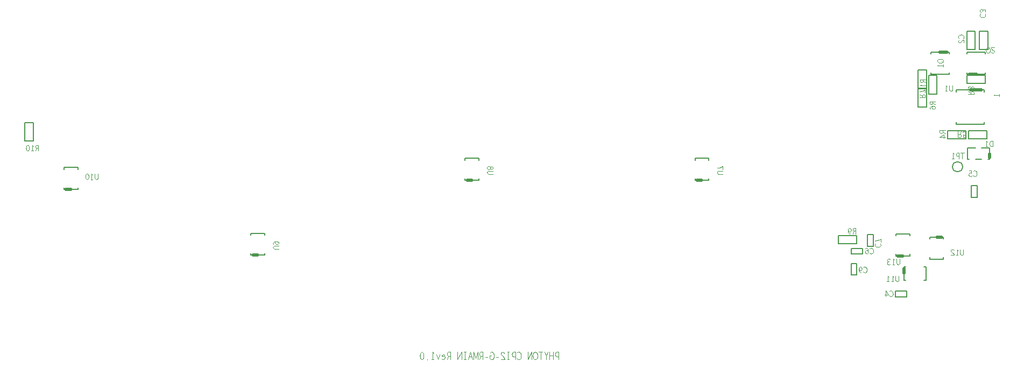
<source format=gbr>
G04 ================== begin FILE IDENTIFICATION RECORD ==================*
G04 Layout Name:  C:/NOW_WORK/VoloKh/CPI2/MAIN/BRD/CPI2_MAIN.brd*
G04 Film Name:    SILKSCREEN_BOT*
G04 File Format:  Gerber RS274X*
G04 File Origin:  Cadence Allegro 17.2-S074*
G04 Origin Date:  Tue Mar 30 10:27:56 2021*
G04 *
G04 Layer:  REF DES/SILKSCREEN_BOTTOM*
G04 Layer:  PACKAGE GEOMETRY/SILKSCREEN_BOTTOM*
G04 Layer:  BOARD GEOMETRY/SILKSCREEN_BOTTOM*
G04 *
G04 Offset:    (0.0000 0.0000)*
G04 Mirror:    No*
G04 Mode:      Positive*
G04 Rotation:  0*
G04 FullContactRelief:  No*
G04 UndefLineWidth:     0.1000*
G04 ================== end FILE IDENTIFICATION RECORD ====================*
%FSLAX25Y25*MOMM*%
%IR0*IPPOS*OFA0.00000B0.00000*MIA0B0*SFA1.00000B1.00000*%
%ADD10C,.12*%
%ADD11C,.5*%
%ADD12C,.15*%
%ADD13C,.125*%
G75*
%LPD*%
G75*
G54D10*
G01X238330Y3430000D02*
Y3520000D01*
X209170D01*
X199830Y3515500D01*
X194000Y3509500D01*
X191670Y3497500D01*
X194000Y3485500D01*
X201000Y3478000D01*
X209170Y3473500D01*
X238330D01*
G01X209170D02*
X191670Y3430000D01*
G01X142000D02*
Y3520000D01*
X156000Y3502000D01*
G01Y3430000D02*
X128000D01*
G01X69000Y3520000D02*
X78330Y3517000D01*
X85330Y3509500D01*
X90000Y3500500D01*
X93500Y3488500D01*
X94670Y3475000D01*
X93500Y3461500D01*
X90000Y3449500D01*
X85330Y3440500D01*
X78330Y3433000D01*
X69000Y3430000D01*
X59670Y3433000D01*
X52670Y3440500D01*
X48000Y3449500D01*
X44500Y3461500D01*
X43330Y3475000D01*
X44500Y3488500D01*
X48000Y3500500D01*
X52670Y3509500D01*
X59670Y3517000D01*
X69000Y3520000D01*
G01X1175670Y3070000D02*
Y3005500D01*
X1171000Y2992000D01*
X1161670Y2983000D01*
X1150000Y2980000D01*
X1138330Y2983000D01*
X1129000Y2992000D01*
X1124330Y3005500D01*
Y3070000D01*
G01X1077000Y2980000D02*
Y3070000D01*
X1091000Y3052000D01*
G01Y2980000D02*
X1063000D01*
G01X1004000Y3070000D02*
X1013330Y3067000D01*
X1020330Y3059500D01*
X1025000Y3050500D01*
X1028500Y3038500D01*
X1029670Y3025000D01*
X1028500Y3011500D01*
X1025000Y2999500D01*
X1020330Y2990500D01*
X1013330Y2983000D01*
X1004000Y2980000D01*
X994670Y2983000D01*
X987670Y2990500D01*
X983000Y2999500D01*
X979500Y3011500D01*
X978330Y3025000D01*
X979500Y3038500D01*
X983000Y3050500D01*
X987670Y3059500D01*
X994670Y3067000D01*
X1004000Y3070000D01*
G01X4018300Y1884330D02*
X3953800D01*
X3940300Y1889000D01*
X3931300Y1898330D01*
X3928300Y1910000D01*
X3931300Y1921670D01*
X3940300Y1931000D01*
X3953800Y1935670D01*
X4018300D01*
G01X3938800Y1963170D02*
X3931300Y1971330D01*
X3928300Y1980670D01*
X3931300Y1990000D01*
X3940300Y1998170D01*
X3953800Y2004000D01*
X3967300Y2006330D01*
X3983800D01*
X3997300Y2004000D01*
X4009300Y1998170D01*
X4015300Y1991170D01*
X4018300Y1983000D01*
X4015300Y1973670D01*
X4009300Y1966670D01*
X4000300Y1962000D01*
X3988300Y1959670D01*
X3977800Y1962000D01*
X3967300Y1967830D01*
X3961300Y1974830D01*
X3959800Y1983000D01*
X3962800Y1992330D01*
X3970300Y1999330D01*
X3983800Y2006330D01*
G01X7388300Y3064330D02*
X7323800D01*
X7310300Y3069000D01*
X7301300Y3078330D01*
X7298300Y3090000D01*
X7301300Y3101670D01*
X7310300Y3111000D01*
X7323800Y3115670D01*
X7388300D01*
G01X7298300Y3163000D02*
X7299800Y3171170D01*
X7304300Y3180500D01*
X7311800Y3186330D01*
X7322300Y3188670D01*
X7332800Y3186330D01*
X7341800Y3179330D01*
X7346300Y3168830D01*
Y3157170D01*
X7349300Y3150170D01*
X7356800Y3144330D01*
X7367300Y3142000D01*
X7377800Y3145500D01*
X7385300Y3153670D01*
X7388300Y3163000D01*
X7385300Y3172330D01*
X7377800Y3180500D01*
X7367300Y3184000D01*
X7356800Y3181670D01*
X7349300Y3175830D01*
X7346300Y3168830D01*
Y3157170D01*
X7341800Y3146670D01*
X7332800Y3139670D01*
X7322300Y3137330D01*
X7311800Y3139670D01*
X7304300Y3145500D01*
X7299800Y3154830D01*
X7298300Y3163000D01*
G01X11008300Y3064330D02*
X10943800D01*
X10930300Y3069000D01*
X10921300Y3078330D01*
X10918300Y3090000D01*
X10921300Y3101670D01*
X10930300Y3111000D01*
X10943800Y3115670D01*
X11008300D01*
G01X10918300Y3160670D02*
X10937800Y3163000D01*
X10954300Y3166500D01*
X10969300Y3171170D01*
X10985800Y3177000D01*
X11008300Y3186330D01*
Y3139670D01*
G01X13219330Y1597500D02*
X13226330Y1602000D01*
X13234500Y1605000D01*
X13243830D01*
X13254330Y1600500D01*
X13262500Y1593000D01*
X13268330Y1584000D01*
X13273000Y1569000D01*
X13274170Y1555500D01*
X13271830Y1542000D01*
X13268330Y1533000D01*
X13261330Y1524000D01*
X13253170Y1518000D01*
X13245000Y1515000D01*
X13236830D01*
X13228670Y1518000D01*
X13221670Y1522500D01*
X13215830Y1528500D01*
G01X13191830Y1525500D02*
X13183670Y1518000D01*
X13174330Y1515000D01*
X13165000Y1518000D01*
X13156830Y1527000D01*
X13151000Y1540500D01*
X13148670Y1554000D01*
Y1570500D01*
X13151000Y1584000D01*
X13156830Y1596000D01*
X13163830Y1602000D01*
X13172000Y1605000D01*
X13181330Y1602000D01*
X13188330Y1596000D01*
X13193000Y1587000D01*
X13195330Y1575000D01*
X13193000Y1564500D01*
X13187170Y1554000D01*
X13180170Y1548000D01*
X13172000Y1546500D01*
X13162670Y1549500D01*
X13155670Y1557000D01*
X13148670Y1570500D01*
G01X13319330Y1892500D02*
X13326330Y1897000D01*
X13334500Y1900000D01*
X13343830D01*
X13354330Y1895500D01*
X13362500Y1888000D01*
X13368330Y1879000D01*
X13373000Y1864000D01*
X13374170Y1850500D01*
X13371830Y1837000D01*
X13368330Y1828000D01*
X13361330Y1819000D01*
X13353170Y1813000D01*
X13345000Y1810000D01*
X13336830D01*
X13328670Y1813000D01*
X13321670Y1817500D01*
X13315830Y1823500D01*
G01X13294170Y1847500D02*
X13286000Y1858000D01*
X13279000Y1864000D01*
X13269670Y1867000D01*
X13261500Y1864000D01*
X13255670Y1858000D01*
X13251000Y1849000D01*
X13249830Y1838500D01*
X13251000Y1829500D01*
X13255670Y1820500D01*
X13262670Y1813000D01*
X13270830Y1810000D01*
X13280170Y1813000D01*
X13288330Y1822000D01*
X13293000Y1835500D01*
X13294170Y1850500D01*
X13291830Y1870000D01*
X13288330Y1880500D01*
X13282500Y1891000D01*
X13274330Y1898500D01*
X13266170Y1900000D01*
X13258000Y1897000D01*
X13252170Y1889500D01*
G01X13629330Y1222500D02*
X13636330Y1227000D01*
X13644500Y1230000D01*
X13653830D01*
X13664330Y1225500D01*
X13672500Y1218000D01*
X13678330Y1209000D01*
X13683000Y1194000D01*
X13684170Y1180500D01*
X13681830Y1167000D01*
X13678330Y1158000D01*
X13671330Y1149000D01*
X13663170Y1143000D01*
X13655000Y1140000D01*
X13646830D01*
X13638670Y1143000D01*
X13631670Y1147500D01*
X13625830Y1153500D01*
G01X13568000Y1140000D02*
Y1230000D01*
X13611170Y1165500D01*
X13552830D01*
G01X13775670Y1465000D02*
Y1400500D01*
X13771000Y1387000D01*
X13761670Y1378000D01*
X13750000Y1375000D01*
X13738330Y1378000D01*
X13729000Y1387000D01*
X13724330Y1400500D01*
Y1465000D01*
G01X13677000Y1375000D02*
Y1465000D01*
X13691000Y1447000D01*
G01Y1375000D02*
X13663000D01*
G01X13604000D02*
Y1465000D01*
X13618000Y1447000D01*
G01Y1375000D02*
X13590000D01*
G01X13482500Y1970670D02*
X13487000Y1963670D01*
X13490000Y1955500D01*
Y1946170D01*
X13485500Y1935670D01*
X13478000Y1927500D01*
X13469000Y1921670D01*
X13454000Y1917000D01*
X13440500Y1915830D01*
X13427000Y1918170D01*
X13418000Y1921670D01*
X13409000Y1928670D01*
X13403000Y1936830D01*
X13400000Y1945000D01*
Y1953170D01*
X13403000Y1961330D01*
X13407500Y1968330D01*
X13413500Y1974170D01*
G01X13400000Y2015670D02*
X13419500Y2018000D01*
X13436000Y2021500D01*
X13451000Y2026170D01*
X13467500Y2032000D01*
X13490000Y2041330D01*
Y1994670D01*
G01X13098330Y2125000D02*
Y2215000D01*
X13069170D01*
X13059830Y2210500D01*
X13054000Y2204500D01*
X13051670Y2192500D01*
X13054000Y2180500D01*
X13061000Y2173000D01*
X13069170Y2168500D01*
X13098330D01*
G01X13069170D02*
X13051670Y2125000D01*
G01X13021830Y2135500D02*
X13013670Y2128000D01*
X13004330Y2125000D01*
X12995000Y2128000D01*
X12986830Y2137000D01*
X12981000Y2150500D01*
X12978670Y2164000D01*
Y2180500D01*
X12981000Y2194000D01*
X12986830Y2206000D01*
X12993830Y2212000D01*
X13002000Y2215000D01*
X13011330Y2212000D01*
X13018330Y2206000D01*
X13023000Y2197000D01*
X13025330Y2185000D01*
X13023000Y2174500D01*
X13017170Y2164000D01*
X13010170Y2158000D01*
X13002000Y2156500D01*
X12992670Y2159500D01*
X12985670Y2167000D01*
X12978670Y2180500D01*
G01X13790670Y1730000D02*
Y1665500D01*
X13786000Y1652000D01*
X13776670Y1643000D01*
X13765000Y1640000D01*
X13753330Y1643000D01*
X13744000Y1652000D01*
X13739330Y1665500D01*
Y1730000D01*
G01X13692000Y1640000D02*
Y1730000D01*
X13706000Y1712000D01*
G01Y1640000D02*
X13678000D01*
G01X13644670Y1658000D02*
X13637670Y1647500D01*
X13628330Y1641500D01*
X13617830Y1640000D01*
X13608500Y1641500D01*
X13599170Y1649000D01*
X13593330Y1658000D01*
X13592170Y1667000D01*
X13594500Y1677500D01*
X13602670Y1685000D01*
X13610830Y1688000D01*
X13621330D01*
G01X13610830D02*
X13603830Y1692500D01*
X13598000Y1700000D01*
X13595670Y1709000D01*
X13598000Y1718000D01*
X13603830Y1725500D01*
X13614330Y1730000D01*
X13624830Y1728500D01*
X13635330Y1722500D01*
G01X14350000Y4208330D02*
X14260000D01*
Y4179170D01*
X14264500Y4169830D01*
X14270500Y4164000D01*
X14282500Y4161670D01*
X14294500Y4164000D01*
X14302000Y4171000D01*
X14306500Y4179170D01*
Y4208330D01*
G01Y4179170D02*
X14350000Y4161670D01*
G01X14312500Y4134170D02*
X14302000Y4126000D01*
X14296000Y4119000D01*
X14293000Y4109670D01*
X14296000Y4101500D01*
X14302000Y4095670D01*
X14311000Y4091000D01*
X14321500Y4089830D01*
X14330500Y4091000D01*
X14339500Y4095670D01*
X14347000Y4102670D01*
X14350000Y4110830D01*
X14347000Y4120170D01*
X14338000Y4128330D01*
X14324500Y4133000D01*
X14309500Y4134170D01*
X14290000Y4131830D01*
X14279500Y4128330D01*
X14269000Y4122500D01*
X14261500Y4114330D01*
X14260000Y4106170D01*
X14263000Y4098000D01*
X14270500Y4092170D01*
G01X14100000Y4271670D02*
X14190000D01*
Y4300830D01*
X14185500Y4310170D01*
X14179500Y4316000D01*
X14167500Y4318330D01*
X14155500Y4316000D01*
X14148000Y4309000D01*
X14143500Y4300830D01*
Y4271670D01*
G01Y4300830D02*
X14100000Y4318330D01*
G01Y4365670D02*
X14119500Y4368000D01*
X14136000Y4371500D01*
X14151000Y4376170D01*
X14167500Y4382000D01*
X14190000Y4391330D01*
Y4344670D01*
G01X14201670Y4553330D02*
X14111670D01*
Y4524170D01*
X14116170Y4514830D01*
X14122170Y4509000D01*
X14134170Y4506670D01*
X14146170Y4509000D01*
X14153670Y4516000D01*
X14158170Y4524170D01*
Y4553330D01*
G01Y4524170D02*
X14201670Y4506670D01*
G01Y4457000D02*
X14111670D01*
X14129670Y4471000D01*
G01X14201670D02*
Y4443000D01*
G01X14790670Y1880000D02*
Y1815500D01*
X14786000Y1802000D01*
X14776670Y1793000D01*
X14765000Y1790000D01*
X14753330Y1793000D01*
X14744000Y1802000D01*
X14739330Y1815500D01*
Y1880000D01*
G01X14692000Y1790000D02*
Y1880000D01*
X14706000Y1862000D01*
G01Y1790000D02*
X14678000D01*
G01X14641170Y1865000D02*
X14634170Y1874000D01*
X14626000Y1878500D01*
X14616670Y1880000D01*
X14605000Y1877000D01*
X14596830Y1869500D01*
X14594500Y1860500D01*
X14595670Y1851500D01*
X14600330Y1844000D01*
X14623670Y1829000D01*
X14634170Y1818500D01*
X14641170Y1803500D01*
X14643500Y1790000D01*
X14594500D01*
G01X14949330Y3112500D02*
X14956330Y3117000D01*
X14964500Y3120000D01*
X14973830D01*
X14984330Y3115500D01*
X14992500Y3108000D01*
X14998330Y3099000D01*
X15003000Y3084000D01*
X15004170Y3070500D01*
X15001830Y3057000D01*
X14998330Y3048000D01*
X14991330Y3039000D01*
X14983170Y3033000D01*
X14975000Y3030000D01*
X14966830D01*
X14958670Y3033000D01*
X14951670Y3037500D01*
X14945830Y3043500D01*
G01X14927670D02*
X14920670Y3036000D01*
X14912500Y3031500D01*
X14902000Y3030000D01*
X14891500Y3033000D01*
X14883330Y3039000D01*
X14877500Y3049500D01*
X14876330Y3061500D01*
X14878670Y3073500D01*
X14884500Y3081000D01*
X14892670Y3087000D01*
X14900830Y3088500D01*
X14909000Y3087000D01*
X14919500Y3081000D01*
X14916000Y3120000D01*
X14884500D01*
G01X14510000Y3753330D02*
X14420000D01*
Y3724170D01*
X14424500Y3714830D01*
X14430500Y3709000D01*
X14442500Y3706670D01*
X14454500Y3709000D01*
X14462000Y3716000D01*
X14466500Y3724170D01*
Y3753330D01*
G01Y3724170D02*
X14510000Y3706670D01*
G01Y3643000D02*
X14420000D01*
X14484500Y3686170D01*
Y3627830D01*
G01X14706670Y3735000D02*
Y3645000D01*
X14735830D01*
X14745170Y3649500D01*
X14751000Y3655500D01*
X14753330Y3667500D01*
X14751000Y3679500D01*
X14744000Y3687000D01*
X14735830Y3691500D01*
X14706670D01*
G01X14735830D02*
X14753330Y3735000D01*
G01X14777330Y3721500D02*
X14784330Y3729000D01*
X14792500Y3733500D01*
X14803000Y3735000D01*
X14813500Y3732000D01*
X14821670Y3726000D01*
X14827500Y3715500D01*
X14828670Y3703500D01*
X14826330Y3691500D01*
X14820500Y3684000D01*
X14812330Y3678000D01*
X14804170Y3676500D01*
X14796000Y3678000D01*
X14785500Y3684000D01*
X14789000Y3645000D01*
X14820500D01*
G01X14775000Y3400000D02*
Y3310000D01*
G01X14801830Y3400000D02*
X14748170D01*
G01X14725330Y3310000D02*
Y3400000D01*
X14697330D01*
X14688000Y3395500D01*
X14681000Y3385000D01*
X14678670Y3373000D01*
X14681000Y3361000D01*
X14686830Y3352000D01*
X14697330Y3347500D01*
X14725330D01*
G01X14629000Y3310000D02*
Y3400000D01*
X14643000Y3382000D01*
G01Y3310000D02*
X14615000D01*
G01X14620670Y4460000D02*
Y4395500D01*
X14616000Y4382000D01*
X14606670Y4373000D01*
X14595000Y4370000D01*
X14583330Y4373000D01*
X14574000Y4382000D01*
X14569330Y4395500D01*
Y4460000D01*
G01X14522000Y4370000D02*
Y4460000D01*
X14536000Y4442000D01*
G01Y4370000D02*
X14508000D01*
G01X14865000Y4321670D02*
X14955000D01*
Y4350830D01*
X14950500Y4360170D01*
X14944500Y4366000D01*
X14932500Y4368330D01*
X14920500Y4366000D01*
X14913000Y4359000D01*
X14908500Y4350830D01*
Y4321670D01*
G01Y4350830D02*
X14865000Y4368330D01*
G01X14883000Y4392330D02*
X14872500Y4399330D01*
X14866500Y4408670D01*
X14865000Y4419170D01*
X14866500Y4428500D01*
X14874000Y4437830D01*
X14883000Y4443670D01*
X14892000Y4444830D01*
X14902500Y4442500D01*
X14910000Y4434330D01*
X14913000Y4426170D01*
Y4415670D01*
G01Y4426170D02*
X14917500Y4433170D01*
X14925000Y4439000D01*
X14934000Y4441330D01*
X14943000Y4439000D01*
X14950500Y4433170D01*
X14955000Y4422670D01*
X14953500Y4412170D01*
X14947500Y4401670D01*
G01X14475000Y4845000D02*
X14473500Y4854330D01*
X14467500Y4862500D01*
X14458500Y4869500D01*
X14448000Y4874170D01*
X14436000Y4876500D01*
X14424000D01*
X14412000Y4874170D01*
X14401500Y4869500D01*
X14392500Y4862500D01*
X14386500Y4854330D01*
X14385000Y4845000D01*
X14386500Y4835670D01*
X14392500Y4827500D01*
X14401500Y4820500D01*
X14412000Y4815830D01*
X14424000Y4813500D01*
X14436000D01*
X14448000Y4815830D01*
X14458500Y4820500D01*
X14467500Y4827500D01*
X14473500Y4835670D01*
X14475000Y4845000D01*
G01X14451000Y4835670D02*
X14475000Y4821670D01*
G01Y4772000D02*
X14385000D01*
X14403000Y4786000D01*
G01X14475000D02*
Y4758000D01*
G01X14719170Y5204330D02*
X14714670Y5211330D01*
X14711670Y5219500D01*
Y5228830D01*
X14716170Y5239330D01*
X14723670Y5247500D01*
X14732670Y5253330D01*
X14747670Y5258000D01*
X14761170Y5259170D01*
X14774670Y5256830D01*
X14783670Y5253330D01*
X14792670Y5246330D01*
X14798670Y5238170D01*
X14801670Y5230000D01*
Y5221830D01*
X14798670Y5213670D01*
X14794170Y5206670D01*
X14788170Y5200830D01*
G01X14726670Y5179170D02*
X14717670Y5172170D01*
X14713170Y5164000D01*
X14711670Y5154670D01*
X14714670Y5143000D01*
X14722170Y5134830D01*
X14731170Y5132500D01*
X14740170Y5133670D01*
X14747670Y5138330D01*
X14762670Y5161670D01*
X14773170Y5172170D01*
X14788170Y5179170D01*
X14801670Y5181500D01*
Y5132500D01*
G01X15255670Y3500000D02*
Y3590000D01*
X15232330D01*
X15223000Y3585500D01*
X15216000Y3579500D01*
X15210170Y3570500D01*
X15205500Y3560000D01*
X15204330Y3545000D01*
X15205500Y3530000D01*
X15210170Y3519500D01*
X15216000Y3510500D01*
X15223000Y3504500D01*
X15232330Y3500000D01*
X15255670D01*
G01X15157000D02*
Y3590000D01*
X15171000Y3572000D01*
G01Y3500000D02*
X15143000D01*
G01X15360000Y4305000D02*
X15270000D01*
X15288000Y4319000D01*
G01X15360000D02*
Y4291000D01*
G01X15180000Y5060000D02*
X15170670Y5058500D01*
X15162500Y5052500D01*
X15155500Y5043500D01*
X15150830Y5033000D01*
X15148500Y5021000D01*
Y5009000D01*
X15150830Y4997000D01*
X15155500Y4986500D01*
X15162500Y4977500D01*
X15170670Y4971500D01*
X15180000Y4970000D01*
X15189330Y4971500D01*
X15197500Y4977500D01*
X15204500Y4986500D01*
X15209170Y4997000D01*
X15211500Y5009000D01*
Y5021000D01*
X15209170Y5033000D01*
X15204500Y5043500D01*
X15197500Y5052500D01*
X15189330Y5058500D01*
X15180000Y5060000D01*
G01X15189330Y5036000D02*
X15203330Y5060000D01*
G01X15230830Y4985000D02*
X15237830Y4976000D01*
X15246000Y4971500D01*
X15255330Y4970000D01*
X15267000Y4973000D01*
X15275170Y4980500D01*
X15277500Y4989500D01*
X15276330Y4998500D01*
X15271670Y5006000D01*
X15248330Y5021000D01*
X15237830Y5031500D01*
X15230830Y5046500D01*
X15228500Y5060000D01*
X15277500D01*
G01X15132500Y5585670D02*
X15137000Y5578670D01*
X15140000Y5570500D01*
Y5561170D01*
X15135500Y5550670D01*
X15128000Y5542500D01*
X15119000Y5536670D01*
X15104000Y5532000D01*
X15090500Y5530830D01*
X15077000Y5533170D01*
X15068000Y5536670D01*
X15059000Y5543670D01*
X15053000Y5551830D01*
X15050000Y5560000D01*
Y5568170D01*
X15053000Y5576330D01*
X15057500Y5583330D01*
X15063500Y5589170D01*
G01X15068000Y5607330D02*
X15057500Y5614330D01*
X15051500Y5623670D01*
X15050000Y5634170D01*
X15051500Y5643500D01*
X15059000Y5652830D01*
X15068000Y5658670D01*
X15077000Y5659830D01*
X15087500Y5657500D01*
X15095000Y5649330D01*
X15098000Y5641170D01*
Y5630670D01*
G01Y5641170D02*
X15102500Y5648170D01*
X15110000Y5654000D01*
X15119000Y5656330D01*
X15128000Y5654000D01*
X15135500Y5648170D01*
X15140000Y5637670D01*
X15138500Y5627170D01*
X15132500Y5616670D01*
G54D11*
G01X670000Y2822500D02*
X747500D01*
G01X3610000Y1787500D02*
X3687500D01*
G01X6980000Y2967500D02*
X7057500D01*
G01X10600000D02*
X10677500D01*
G01X13857500Y1580000D02*
Y1502500D01*
G01X13760000Y1777500D02*
X13837500D01*
G01X14450000Y2072500D02*
X14372500D01*
G01X15080000Y4390000D02*
X14900000D01*
G01X14880000Y4635000D02*
X15000000D01*
G01X14535000Y4985000D02*
X14415000D01*
G01X15202000Y3385000D02*
Y3325000D01*
G54D12*
G01X25000Y3875000D02*
Y3585000D01*
X155000D01*
Y3875000D01*
X25000D01*
G01X857500Y2850000D02*
Y2822500D01*
X642500D01*
Y2850000D01*
G01X857500Y3140000D02*
Y3167500D01*
X642500D01*
Y3140000D01*
G01X3797500Y1815000D02*
Y1787500D01*
X3582500D01*
Y1815000D01*
G01X3797500Y2105000D02*
Y2132500D01*
X3582500D01*
Y2105000D01*
G01X7167500Y2995000D02*
Y2967500D01*
X6952500D01*
Y2995000D01*
G01X7167500Y3285000D02*
Y3312500D01*
X6952500D01*
Y3285000D01*
G01X10787500Y2995000D02*
Y2967500D01*
X10572500D01*
Y2995000D01*
G01X10787500Y3285000D02*
Y3312500D01*
X10572500D01*
Y3285000D01*
G01X13115000Y2095000D02*
X12825000D01*
Y1965000D01*
X13115000D01*
Y2095000D01*
G01Y1660000D02*
X13025000D01*
G01D02*
Y1480000D01*
G01D02*
X13115000D01*
G01D02*
Y1660000D01*
G01X13285000Y1930000D02*
X13375000D01*
G01D02*
Y2110000D01*
G01D02*
X13285000D01*
G01D02*
Y1930000D01*
G01X13030000Y1895000D02*
Y1805000D01*
G01D02*
X13210000D01*
G01D02*
Y1895000D01*
G01D02*
X13030000D01*
G01X13720000Y1225000D02*
Y1135000D01*
G01D02*
X13900000D01*
G01D02*
Y1225000D01*
G01D02*
X13720000D01*
G01X13885000Y1392500D02*
X13857500D01*
Y1607500D01*
X13885000D01*
G01X14175000Y1392500D02*
X14202500D01*
Y1607500D01*
X14175000D01*
G01X14262500Y1755000D02*
Y1727500D01*
X14477500D01*
Y1755000D01*
G01X13947500Y1805000D02*
Y1777500D01*
X13732500D01*
Y1805000D01*
G01X14262500Y2045000D02*
Y2072500D01*
X14477500D01*
Y2045000D01*
G01X13947500Y2095000D02*
Y2122500D01*
X13732500D01*
Y2095000D01*
G01X14210000Y4120000D02*
Y4410000D01*
X14080000D01*
Y4120000D01*
X14210000D01*
G01X14080000Y4705000D02*
Y4415000D01*
X14210000D01*
Y4705000D01*
X14080000D01*
G01X14245000Y4615000D02*
Y4325000D01*
X14375000D01*
Y4615000D01*
X14245000D01*
G01X15005000Y2880000D02*
X14915000D01*
G01D02*
Y2700000D01*
G01D02*
X15005000D01*
G01X14780000Y3180000D02*
G03I-80000J0D01*
G01X14680000Y3879500D02*
Y3850000D01*
X15120000D01*
Y3879500D01*
G01X14980000Y3475000D02*
X14858000D01*
G01X14885000Y3295000D02*
X14858000D01*
Y3475000D01*
G01X14545000Y3620000D02*
X14835000D01*
Y3750000D01*
X14545000D01*
Y3620000D01*
G01X14870000D02*
X15160000D01*
Y3750000D01*
X14870000D01*
Y3620000D01*
G01X15120000Y4360500D02*
Y4390000D01*
X14680000D01*
Y4360500D01*
G01X14845000Y4490000D02*
X15135000D01*
Y4620000D01*
X14845000D01*
Y4490000D01*
G01X15135000Y4665000D02*
Y4635000D01*
X14845000D01*
Y4665000D01*
G01Y4955000D02*
Y4985000D01*
X15135000D01*
Y4955000D01*
G01X14280000D02*
Y4985000D01*
X14570000D01*
Y4955000D01*
G01Y4665000D02*
Y4635000D01*
X14280000D01*
Y4665000D01*
G01X14845000Y5315000D02*
Y5025000D01*
X14975000D01*
Y5315000D01*
X14845000D01*
G01X15005000Y2700000D02*
Y2880000D01*
G01X15202000Y3475000D02*
Y3295000D01*
X15175000D01*
G01X15202000Y3475000D02*
X15080000D01*
G01X15075000Y3295000D02*
X14985000D01*
G01X15175000Y5025000D02*
Y5315000D01*
X15045000D01*
Y5025000D01*
X15175000D01*
G54D13*
G01X8421670Y145000D02*
Y265000D01*
X8389670D01*
X8379000Y259000D01*
X8371000Y245000D01*
X8368330Y229000D01*
X8371000Y213000D01*
X8377670Y201000D01*
X8389670Y195000D01*
X8421670D01*
G01X8338000Y145000D02*
Y265000D01*
G01X8282000D02*
Y145000D01*
G01Y205000D02*
X8338000D01*
G01X8225000Y145000D02*
Y199000D01*
X8251670Y265000D01*
G01X8198330D02*
X8225000Y199000D01*
G01X8140000Y265000D02*
Y145000D01*
G01X8170670Y265000D02*
X8109330D01*
G01X8055000Y145000D02*
X8065670Y147000D01*
X8075000Y155000D01*
X8083000Y167000D01*
X8088330Y181000D01*
X8091000Y197000D01*
Y213000D01*
X8088330Y229000D01*
X8083000Y243000D01*
X8075000Y255000D01*
X8065670Y263000D01*
X8055000Y265000D01*
X8044330Y263000D01*
X8035000Y255000D01*
X8027000Y243000D01*
X8021670Y229000D01*
X8019000Y213000D01*
Y197000D01*
X8021670Y181000D01*
X8027000Y167000D01*
X8035000Y155000D01*
X8044330Y147000D01*
X8055000Y145000D01*
G01X8000670D02*
Y265000D01*
X7939330Y145000D01*
Y265000D01*
G01X7770670Y255000D02*
X7778670Y261000D01*
X7788000Y265000D01*
X7798670D01*
X7810670Y259000D01*
X7820000Y249000D01*
X7826670Y237000D01*
X7832000Y217000D01*
X7833330Y199000D01*
X7830670Y181000D01*
X7826670Y169000D01*
X7818670Y157000D01*
X7809330Y149000D01*
X7800000Y145000D01*
X7790670D01*
X7781330Y149000D01*
X7773330Y155000D01*
X7766670Y163000D01*
G01X7741670Y145000D02*
Y265000D01*
X7709670D01*
X7699000Y259000D01*
X7691000Y245000D01*
X7688330Y229000D01*
X7691000Y213000D01*
X7697670Y201000D01*
X7709670Y195000D01*
X7741670D01*
G01X7646000Y265000D02*
X7614000D01*
G01X7630000D02*
Y145000D01*
G01X7646000D02*
X7614000D01*
G01X7570330Y245000D02*
X7562330Y257000D01*
X7553000Y263000D01*
X7542330Y265000D01*
X7529000Y261000D01*
X7519670Y251000D01*
X7517000Y239000D01*
X7518330Y227000D01*
X7523670Y217000D01*
X7550330Y197000D01*
X7562330Y183000D01*
X7570330Y163000D01*
X7573000Y145000D01*
X7517000D01*
G01X7477330Y185000D02*
X7442670D01*
G01X7367000Y205000D02*
X7340330D01*
Y169000D01*
X7348330Y157000D01*
X7357670Y149000D01*
X7371000Y145000D01*
X7384330Y149000D01*
X7393670Y157000D01*
X7401670Y169000D01*
X7407000Y183000D01*
X7409670Y199000D01*
Y213000D01*
X7407000Y225000D01*
X7401670Y239000D01*
X7393670Y251000D01*
X7385670Y259000D01*
X7375000Y265000D01*
X7365670D01*
X7355000Y261000D01*
X7347000Y253000D01*
G01X7307330Y185000D02*
X7272670D01*
G01X7231670Y145000D02*
Y265000D01*
X7198330D01*
X7187670Y259000D01*
X7181000Y251000D01*
X7178330Y235000D01*
X7181000Y219000D01*
X7189000Y209000D01*
X7198330Y203000D01*
X7231670D01*
G01X7198330D02*
X7178330Y145000D01*
G01X7154670D02*
Y265000D01*
X7120000Y165000D01*
X7085330Y265000D01*
Y145000D01*
G01X7068330D02*
X7035000Y265000D01*
X7001670Y145000D01*
G01X7013670Y187000D02*
X7056330D01*
G01X6966000Y265000D02*
X6934000D01*
G01X6950000D02*
Y145000D01*
G01X6966000D02*
X6934000D01*
G01X6895670D02*
Y265000D01*
X6834330Y145000D01*
Y265000D01*
G01X6721670Y145000D02*
Y265000D01*
X6688330D01*
X6677670Y259000D01*
X6671000Y251000D01*
X6668330Y235000D01*
X6671000Y219000D01*
X6679000Y209000D01*
X6688330Y203000D01*
X6721670D01*
G01X6688330D02*
X6668330Y145000D01*
G01X6630000Y199000D02*
X6587330D01*
X6591330Y213000D01*
X6598000Y221000D01*
X6607330Y225000D01*
X6616670Y223000D01*
X6624670Y217000D01*
X6630000Y203000D01*
X6632670Y191000D01*
Y179000D01*
X6630000Y167000D01*
X6623330Y155000D01*
X6615330Y147000D01*
X6606000Y145000D01*
X6596670Y149000D01*
X6587330Y161000D01*
G01X6549000Y225000D02*
X6525000Y145000D01*
X6501000Y225000D01*
G01X6440000Y145000D02*
Y265000D01*
X6456000Y241000D01*
G01Y145000D02*
X6424000D01*
G01X6355000Y141000D02*
X6357670Y143000D01*
Y147000D01*
X6355000Y149000D01*
X6352330Y147000D01*
Y143000D01*
X6355000Y141000D01*
G01X6270000Y265000D02*
X6280670Y261000D01*
X6288670Y251000D01*
X6294000Y239000D01*
X6298000Y223000D01*
X6299330Y205000D01*
X6298000Y187000D01*
X6294000Y171000D01*
X6288670Y159000D01*
X6280670Y149000D01*
X6270000Y145000D01*
X6259330Y149000D01*
X6251330Y159000D01*
X6246000Y171000D01*
X6242000Y187000D01*
X6240670Y205000D01*
X6242000Y223000D01*
X6246000Y239000D01*
X6251330Y251000D01*
X6259330Y261000D01*
X6270000Y265000D01*
M02*

</source>
